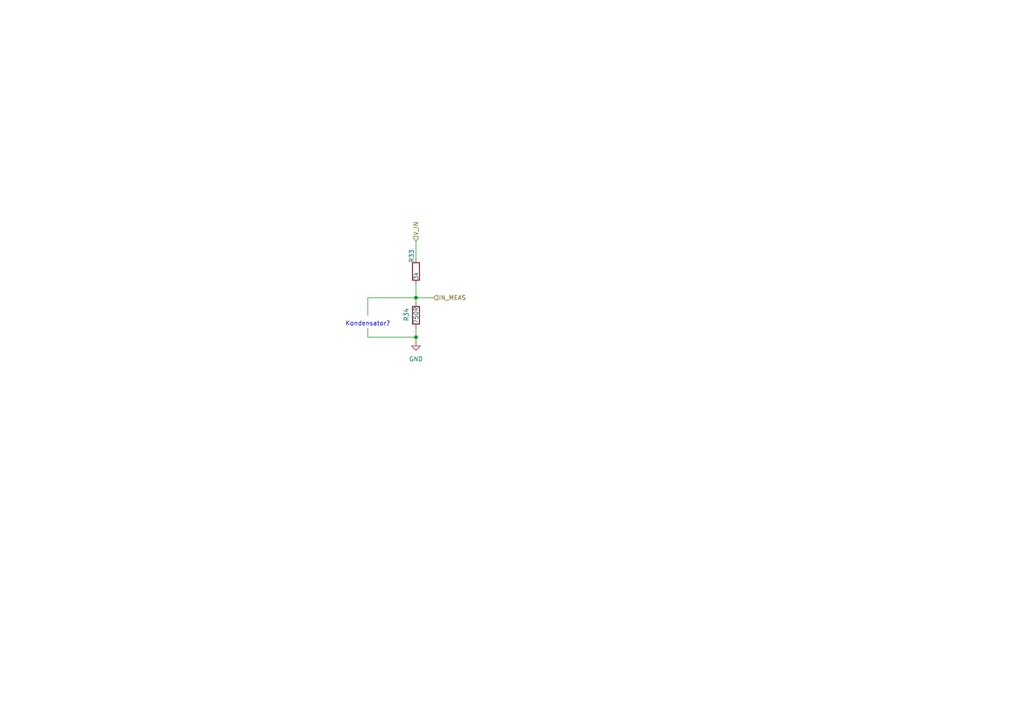
<source format=kicad_sch>
(kicad_sch (version 20250114) (generator "eeschema") (generator_version "9.0")
  (paper "A4")
  (lib_symbols
    (symbol "Device:R" (pin_numbers (hide yes)) (pin_names (offset 0))
      (property "Reference" "R" (at 2.032 0 90))
      (property "Value" "R" (at 0 0 90))
      (symbol "R_0_1"
        (rectangle (start -1.016 -2.54) (end 1.016 2.54) (stroke (width 0.254)))
      )
      (symbol "R_1_1"
        (pin passive line (at 0 3.81 270) (length 1.27) (name "~") (number "1"))
        (pin passive line (at 0 -3.81 90) (length 1.27) (name "~") (number "2"))
      )
    )
    (symbol "power:GND" (power) (pin_numbers (hide yes)) (pin_names (offset 0) (hide yes))
      (property "Value" "GND" (at 0 -3.81 0))
      (symbol "GND_0_1"
        (polyline (pts (xy 0 0) (xy 0 -1.27) (xy 1.27 -1.27) (xy 0 -2.54) (xy -1.27 -1.27) (xy 0 -1.27)))
      )
      (symbol "GND_1_1"
        (pin power_in line (at 0 0 270) (length 0) (name "~") (number "1"))
      )
    )
  )
  (text "Kondensator?" (at 106.68 93.98 0) (effects (font (size 1.27 1.27))))
  (junction (at 120.65 97.79))
  (junction (at 120.65 86.36))
  (wire (pts (xy 120.65 74.93) (xy 120.65 69.85)))
  (wire (pts (xy 120.65 99.06) (xy 120.65 97.79)))
  (wire (pts (xy 120.65 82.55) (xy 120.65 86.36)))
  (wire (pts (xy 106.68 86.36) (xy 106.68 91.44)))
  (wire (pts (xy 106.68 97.79) (xy 120.65 97.79)))
  (wire (pts (xy 120.65 86.36) (xy 120.65 87.63)))
  (wire (pts (xy 120.65 86.36) (xy 125.73 86.36)))
  (wire (pts (xy 120.65 86.36) (xy 106.68 86.36)))
  (wire (pts (xy 120.65 97.79) (xy 120.65 95.25)))
  (wire (pts (xy 106.68 95.25) (xy 106.68 97.79)))
  (hierarchical_label "IN_MEAS" (shape input) (at 125.73 86.36 0))
  (hierarchical_label "V_IN" (shape input) (at 120.65 69.85 90))
  (symbol (lib_id "Device:R") (at 120.65 78.74 0) (unit 1)
    (property "Reference" "R12" (at 119.38 76.2 90) (effects (justify left)))
    (property "Value" "3k" (at 120.65 81.28 90) (effects (justify left)))
    (property "Footprint" "Resistor_SMD:R_0603_1608Metric" (effects (hide yes)))
    (instances (project "espio" (path "" (reference "R33") (unit 1)) (path "" (reference "R12") (unit 1)) (path "" (reference "R35") (unit 1)) (path "" (reference "R21") (unit 1)) (path "" (reference "R27") (unit 1)) (path "" (reference "R25") (unit 1)) (path "" (reference "R23") (unit 1)) (path "" (reference "R14") (unit 1))))
  )
  (symbol (lib_id "power:GND") (at 120.65 99.06 0) (unit 1)
    (property "Reference" "#PWR024" (effects (hide yes)))
    (property "Value" "GND" (at 120.65 104.14 0))
    (property "Description" "Power symbol creates a global label with name \"GND\" , ground" (effects (hide yes)))
    (instances (project "espio" (path "" (reference "#PWR036") (unit 1)) (path "" (reference "#PWR024") (unit 1)) (path "" (reference "#PWR037") (unit 1)) (path "" (reference "#PWR025") (unit 1)) (path "" (reference "#PWR034") (unit 1)) (path "" (reference "#PWR027") (unit 1)) (path "" (reference "#PWR026") (unit 1)) (path "" (reference "#PWR038") (unit 1))))
  )
  (symbol (lib_id "Device:R") (at 120.65 91.44 0) (unit 1)
    (property "Reference" "R17" (at 117.856 93.218 90) (effects (justify left)))
    (property "Value" "750R" (at 120.65 93.98 90) (effects (justify left)))
    (property "Footprint" "Resistor_SMD:R_0603_1608Metric" (effects (hide yes)))
    (instances (project "espio" (path "" (reference "R34") (unit 1)) (path "" (reference "R17") (unit 1)) (path "" (reference "R36") (unit 1)) (path "" (reference "R22") (unit 1)) (path "" (reference "R28") (unit 1)) (path "" (reference "R26") (unit 1)) (path "" (reference "R24") (unit 1)) (path "" (reference "R15") (unit 1))))
  )
)
</source>
